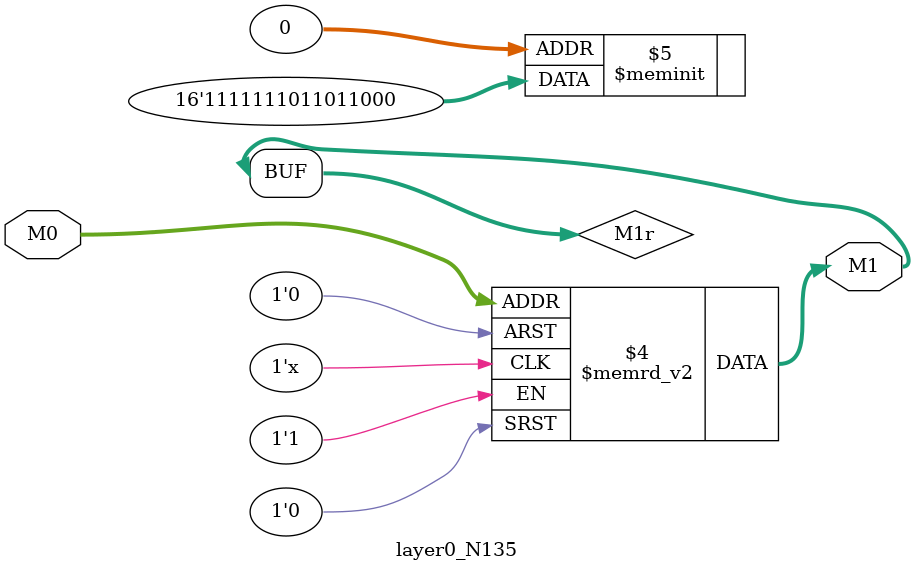
<source format=v>
module layer0_N135 ( input [2:0] M0, output [1:0] M1 );

	(*rom_style = "distributed" *) reg [1:0] M1r;
	assign M1 = M1r;
	always @ (M0) begin
		case (M0)
			3'b000: M1r = 2'b00;
			3'b100: M1r = 2'b10;
			3'b010: M1r = 2'b01;
			3'b110: M1r = 2'b11;
			3'b001: M1r = 2'b10;
			3'b101: M1r = 2'b11;
			3'b011: M1r = 2'b11;
			3'b111: M1r = 2'b11;

		endcase
	end
endmodule

</source>
